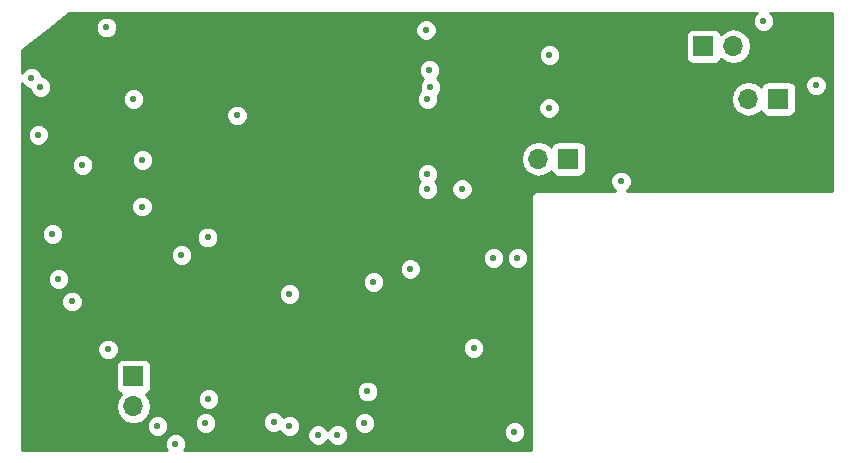
<source format=gbr>
G04 #@! TF.FileFunction,Copper,L3,Inr,Plane*
%FSLAX46Y46*%
G04 Gerber Fmt 4.6, Leading zero omitted, Abs format (unit mm)*
G04 Created by KiCad (PCBNEW 4.0.7) date 02/27/19 21:19:10*
%MOMM*%
%LPD*%
G01*
G04 APERTURE LIST*
%ADD10C,0.100000*%
%ADD11R,1.700000X1.700000*%
%ADD12O,1.700000X1.700000*%
%ADD13C,0.558800*%
%ADD14C,0.254000*%
G04 APERTURE END LIST*
D10*
D11*
X114770000Y-69520000D03*
D12*
X112230000Y-69520000D03*
D11*
X60160000Y-93015000D03*
D12*
X60160000Y-95555000D03*
D11*
X108420000Y-65075000D03*
D12*
X110960000Y-65075000D03*
D11*
X96990000Y-74600000D03*
D12*
X94450000Y-74600000D03*
D13*
X101435000Y-76505000D03*
X68923000Y-70917000D03*
X54945000Y-86673000D03*
X87973000Y-77140000D03*
X95339000Y-70282000D03*
X117945000Y-68377000D03*
X84925000Y-63678000D03*
X92418000Y-97714000D03*
X88958832Y-90602000D03*
X83600702Y-83925298D03*
X80480000Y-85014000D03*
X79720130Y-96954130D03*
X72020000Y-96903000D03*
X66434000Y-81255000D03*
X53810000Y-84760000D03*
X58001000Y-90729000D03*
X52108200Y-72568000D03*
X52286000Y-68504000D03*
X57874000Y-63475000D03*
X94323000Y-64821000D03*
X102310000Y-69393000D03*
X102310000Y-67361000D03*
X94196000Y-71425000D03*
X88227000Y-95047000D03*
X66637000Y-93777000D03*
X58001000Y-88824000D03*
X57874000Y-65375000D03*
X113500000Y-62916000D03*
X60160000Y-69520000D03*
X51524000Y-67742000D03*
X66510000Y-94920000D03*
X60862708Y-78639619D03*
X90640000Y-82982000D03*
X92672000Y-82982000D03*
X62192000Y-97206000D03*
X63716000Y-98730000D03*
X75781000Y-97968000D03*
X79972000Y-94285000D03*
X85052000Y-75870000D03*
X73368000Y-97206000D03*
X53302000Y-80950000D03*
X77432000Y-97968000D03*
X73368000Y-86030000D03*
X66256000Y-96952000D03*
X64224000Y-82728000D03*
X85052000Y-77140000D03*
X85052000Y-69520000D03*
X95381000Y-65795000D03*
X60922000Y-74685000D03*
X55842000Y-75108000D03*
X85221000Y-67065000D03*
X85306000Y-68504000D03*
D14*
G36*
X112725262Y-62397358D02*
X112585759Y-62733317D01*
X112585442Y-63097087D01*
X112724358Y-63433289D01*
X112981358Y-63690738D01*
X113317317Y-63830241D01*
X113681087Y-63830558D01*
X114017289Y-63691642D01*
X114274738Y-63434642D01*
X114414241Y-63098683D01*
X114414558Y-62734913D01*
X114275642Y-62398711D01*
X114087260Y-62210000D01*
X119290000Y-62210000D01*
X119290000Y-77290000D01*
X101929641Y-77290000D01*
X101952289Y-77280642D01*
X102209738Y-77023642D01*
X102349241Y-76687683D01*
X102349558Y-76323913D01*
X102210642Y-75987711D01*
X101953642Y-75730262D01*
X101617683Y-75590759D01*
X101253913Y-75590442D01*
X100917711Y-75729358D01*
X100660262Y-75986358D01*
X100520759Y-76322317D01*
X100520442Y-76686087D01*
X100659358Y-77022289D01*
X100916358Y-77279738D01*
X100941072Y-77290000D01*
X94500000Y-77290000D01*
X94228295Y-77344046D01*
X93997954Y-77497954D01*
X93844046Y-77728295D01*
X93790000Y-78000000D01*
X93790000Y-99290000D01*
X64449308Y-99290000D01*
X64490738Y-99248642D01*
X64630241Y-98912683D01*
X64630558Y-98548913D01*
X64491642Y-98212711D01*
X64428129Y-98149087D01*
X74866442Y-98149087D01*
X75005358Y-98485289D01*
X75262358Y-98742738D01*
X75598317Y-98882241D01*
X75962087Y-98882558D01*
X76298289Y-98743642D01*
X76555738Y-98486642D01*
X76606452Y-98364509D01*
X76656358Y-98485289D01*
X76913358Y-98742738D01*
X77249317Y-98882241D01*
X77613087Y-98882558D01*
X77949289Y-98743642D01*
X78206738Y-98486642D01*
X78346241Y-98150683D01*
X78346463Y-97895087D01*
X91503442Y-97895087D01*
X91642358Y-98231289D01*
X91899358Y-98488738D01*
X92235317Y-98628241D01*
X92599087Y-98628558D01*
X92935289Y-98489642D01*
X93192738Y-98232642D01*
X93332241Y-97896683D01*
X93332558Y-97532913D01*
X93193642Y-97196711D01*
X92936642Y-96939262D01*
X92600683Y-96799759D01*
X92236913Y-96799442D01*
X91900711Y-96938358D01*
X91643262Y-97195358D01*
X91503759Y-97531317D01*
X91503442Y-97895087D01*
X78346463Y-97895087D01*
X78346558Y-97786913D01*
X78207642Y-97450711D01*
X77950642Y-97193262D01*
X77810855Y-97135217D01*
X78805572Y-97135217D01*
X78944488Y-97471419D01*
X79201488Y-97728868D01*
X79537447Y-97868371D01*
X79901217Y-97868688D01*
X80237419Y-97729772D01*
X80494868Y-97472772D01*
X80634371Y-97136813D01*
X80634688Y-96773043D01*
X80495772Y-96436841D01*
X80238772Y-96179392D01*
X79902813Y-96039889D01*
X79539043Y-96039572D01*
X79202841Y-96178488D01*
X78945392Y-96435488D01*
X78805889Y-96771447D01*
X78805572Y-97135217D01*
X77810855Y-97135217D01*
X77614683Y-97053759D01*
X77250913Y-97053442D01*
X76914711Y-97192358D01*
X76657262Y-97449358D01*
X76606548Y-97571491D01*
X76556642Y-97450711D01*
X76299642Y-97193262D01*
X75963683Y-97053759D01*
X75599913Y-97053442D01*
X75263711Y-97192358D01*
X75006262Y-97449358D01*
X74866759Y-97785317D01*
X74866442Y-98149087D01*
X64428129Y-98149087D01*
X64234642Y-97955262D01*
X63898683Y-97815759D01*
X63534913Y-97815442D01*
X63198711Y-97954358D01*
X62941262Y-98211358D01*
X62801759Y-98547317D01*
X62801442Y-98911087D01*
X62940358Y-99247289D01*
X62982995Y-99290000D01*
X50710000Y-99290000D01*
X50710000Y-97387087D01*
X61277442Y-97387087D01*
X61416358Y-97723289D01*
X61673358Y-97980738D01*
X62009317Y-98120241D01*
X62373087Y-98120558D01*
X62709289Y-97981642D01*
X62966738Y-97724642D01*
X63106241Y-97388683D01*
X63106463Y-97133087D01*
X65341442Y-97133087D01*
X65480358Y-97469289D01*
X65737358Y-97726738D01*
X66073317Y-97866241D01*
X66437087Y-97866558D01*
X66773289Y-97727642D01*
X67030738Y-97470642D01*
X67170241Y-97134683D01*
X67170285Y-97084087D01*
X71105442Y-97084087D01*
X71244358Y-97420289D01*
X71501358Y-97677738D01*
X71837317Y-97817241D01*
X72201087Y-97817558D01*
X72537289Y-97678642D01*
X72563216Y-97652760D01*
X72592358Y-97723289D01*
X72849358Y-97980738D01*
X73185317Y-98120241D01*
X73549087Y-98120558D01*
X73885289Y-97981642D01*
X74142738Y-97724642D01*
X74282241Y-97388683D01*
X74282558Y-97024913D01*
X74143642Y-96688711D01*
X73886642Y-96431262D01*
X73550683Y-96291759D01*
X73186913Y-96291442D01*
X72850711Y-96430358D01*
X72824784Y-96456240D01*
X72795642Y-96385711D01*
X72538642Y-96128262D01*
X72202683Y-95988759D01*
X71838913Y-95988442D01*
X71502711Y-96127358D01*
X71245262Y-96384358D01*
X71105759Y-96720317D01*
X71105442Y-97084087D01*
X67170285Y-97084087D01*
X67170558Y-96770913D01*
X67031642Y-96434711D01*
X66774642Y-96177262D01*
X66438683Y-96037759D01*
X66074913Y-96037442D01*
X65738711Y-96176358D01*
X65481262Y-96433358D01*
X65341759Y-96769317D01*
X65341442Y-97133087D01*
X63106463Y-97133087D01*
X63106558Y-97024913D01*
X62967642Y-96688711D01*
X62710642Y-96431262D01*
X62374683Y-96291759D01*
X62010913Y-96291442D01*
X61674711Y-96430358D01*
X61417262Y-96687358D01*
X61277759Y-97023317D01*
X61277442Y-97387087D01*
X50710000Y-97387087D01*
X50710000Y-95555000D01*
X58645907Y-95555000D01*
X58758946Y-96123285D01*
X59080853Y-96605054D01*
X59562622Y-96926961D01*
X60130907Y-97040000D01*
X60189093Y-97040000D01*
X60757378Y-96926961D01*
X61239147Y-96605054D01*
X61561054Y-96123285D01*
X61674093Y-95555000D01*
X61583805Y-95101087D01*
X65595442Y-95101087D01*
X65734358Y-95437289D01*
X65991358Y-95694738D01*
X66327317Y-95834241D01*
X66691087Y-95834558D01*
X67027289Y-95695642D01*
X67284738Y-95438642D01*
X67424241Y-95102683D01*
X67424558Y-94738913D01*
X67311829Y-94466087D01*
X79057442Y-94466087D01*
X79196358Y-94802289D01*
X79453358Y-95059738D01*
X79789317Y-95199241D01*
X80153087Y-95199558D01*
X80489289Y-95060642D01*
X80746738Y-94803642D01*
X80886241Y-94467683D01*
X80886558Y-94103913D01*
X80747642Y-93767711D01*
X80490642Y-93510262D01*
X80154683Y-93370759D01*
X79790913Y-93370442D01*
X79454711Y-93509358D01*
X79197262Y-93766358D01*
X79057759Y-94102317D01*
X79057442Y-94466087D01*
X67311829Y-94466087D01*
X67285642Y-94402711D01*
X67028642Y-94145262D01*
X66692683Y-94005759D01*
X66328913Y-94005442D01*
X65992711Y-94144358D01*
X65735262Y-94401358D01*
X65595759Y-94737317D01*
X65595442Y-95101087D01*
X61583805Y-95101087D01*
X61561054Y-94986715D01*
X61239147Y-94504946D01*
X61197548Y-94477150D01*
X61245317Y-94468162D01*
X61461441Y-94329090D01*
X61606431Y-94116890D01*
X61657440Y-93865000D01*
X61657440Y-92165000D01*
X61613162Y-91929683D01*
X61474090Y-91713559D01*
X61261890Y-91568569D01*
X61010000Y-91517560D01*
X59310000Y-91517560D01*
X59074683Y-91561838D01*
X58858559Y-91700910D01*
X58713569Y-91913110D01*
X58662560Y-92165000D01*
X58662560Y-93865000D01*
X58706838Y-94100317D01*
X58845910Y-94316441D01*
X59058110Y-94461431D01*
X59125541Y-94475086D01*
X59080853Y-94504946D01*
X58758946Y-94986715D01*
X58645907Y-95555000D01*
X50710000Y-95555000D01*
X50710000Y-90910087D01*
X57086442Y-90910087D01*
X57225358Y-91246289D01*
X57482358Y-91503738D01*
X57818317Y-91643241D01*
X58182087Y-91643558D01*
X58518289Y-91504642D01*
X58775738Y-91247642D01*
X58915241Y-90911683D01*
X58915353Y-90783087D01*
X88044274Y-90783087D01*
X88183190Y-91119289D01*
X88440190Y-91376738D01*
X88776149Y-91516241D01*
X89139919Y-91516558D01*
X89476121Y-91377642D01*
X89733570Y-91120642D01*
X89873073Y-90784683D01*
X89873390Y-90420913D01*
X89734474Y-90084711D01*
X89477474Y-89827262D01*
X89141515Y-89687759D01*
X88777745Y-89687442D01*
X88441543Y-89826358D01*
X88184094Y-90083358D01*
X88044591Y-90419317D01*
X88044274Y-90783087D01*
X58915353Y-90783087D01*
X58915558Y-90547913D01*
X58776642Y-90211711D01*
X58519642Y-89954262D01*
X58183683Y-89814759D01*
X57819913Y-89814442D01*
X57483711Y-89953358D01*
X57226262Y-90210358D01*
X57086759Y-90546317D01*
X57086442Y-90910087D01*
X50710000Y-90910087D01*
X50710000Y-86854087D01*
X54030442Y-86854087D01*
X54169358Y-87190289D01*
X54426358Y-87447738D01*
X54762317Y-87587241D01*
X55126087Y-87587558D01*
X55462289Y-87448642D01*
X55719738Y-87191642D01*
X55859241Y-86855683D01*
X55859558Y-86491913D01*
X55743523Y-86211087D01*
X72453442Y-86211087D01*
X72592358Y-86547289D01*
X72849358Y-86804738D01*
X73185317Y-86944241D01*
X73549087Y-86944558D01*
X73885289Y-86805642D01*
X74142738Y-86548642D01*
X74282241Y-86212683D01*
X74282558Y-85848913D01*
X74143642Y-85512711D01*
X73886642Y-85255262D01*
X73741726Y-85195087D01*
X79565442Y-85195087D01*
X79704358Y-85531289D01*
X79961358Y-85788738D01*
X80297317Y-85928241D01*
X80661087Y-85928558D01*
X80997289Y-85789642D01*
X81254738Y-85532642D01*
X81394241Y-85196683D01*
X81394558Y-84832913D01*
X81255642Y-84496711D01*
X80998642Y-84239262D01*
X80678641Y-84106385D01*
X82686144Y-84106385D01*
X82825060Y-84442587D01*
X83082060Y-84700036D01*
X83418019Y-84839539D01*
X83781789Y-84839856D01*
X84117991Y-84700940D01*
X84375440Y-84443940D01*
X84514943Y-84107981D01*
X84515260Y-83744211D01*
X84376344Y-83408009D01*
X84131850Y-83163087D01*
X89725442Y-83163087D01*
X89864358Y-83499289D01*
X90121358Y-83756738D01*
X90457317Y-83896241D01*
X90821087Y-83896558D01*
X91157289Y-83757642D01*
X91414738Y-83500642D01*
X91554241Y-83164683D01*
X91554242Y-83163087D01*
X91757442Y-83163087D01*
X91896358Y-83499289D01*
X92153358Y-83756738D01*
X92489317Y-83896241D01*
X92853087Y-83896558D01*
X93189289Y-83757642D01*
X93446738Y-83500642D01*
X93586241Y-83164683D01*
X93586558Y-82800913D01*
X93447642Y-82464711D01*
X93190642Y-82207262D01*
X92854683Y-82067759D01*
X92490913Y-82067442D01*
X92154711Y-82206358D01*
X91897262Y-82463358D01*
X91757759Y-82799317D01*
X91757442Y-83163087D01*
X91554242Y-83163087D01*
X91554558Y-82800913D01*
X91415642Y-82464711D01*
X91158642Y-82207262D01*
X90822683Y-82067759D01*
X90458913Y-82067442D01*
X90122711Y-82206358D01*
X89865262Y-82463358D01*
X89725759Y-82799317D01*
X89725442Y-83163087D01*
X84131850Y-83163087D01*
X84119344Y-83150560D01*
X83783385Y-83011057D01*
X83419615Y-83010740D01*
X83083413Y-83149656D01*
X82825964Y-83406656D01*
X82686461Y-83742615D01*
X82686144Y-84106385D01*
X80678641Y-84106385D01*
X80662683Y-84099759D01*
X80298913Y-84099442D01*
X79962711Y-84238358D01*
X79705262Y-84495358D01*
X79565759Y-84831317D01*
X79565442Y-85195087D01*
X73741726Y-85195087D01*
X73550683Y-85115759D01*
X73186913Y-85115442D01*
X72850711Y-85254358D01*
X72593262Y-85511358D01*
X72453759Y-85847317D01*
X72453442Y-86211087D01*
X55743523Y-86211087D01*
X55720642Y-86155711D01*
X55463642Y-85898262D01*
X55127683Y-85758759D01*
X54763913Y-85758442D01*
X54427711Y-85897358D01*
X54170262Y-86154358D01*
X54030759Y-86490317D01*
X54030442Y-86854087D01*
X50710000Y-86854087D01*
X50710000Y-84941087D01*
X52895442Y-84941087D01*
X53034358Y-85277289D01*
X53291358Y-85534738D01*
X53627317Y-85674241D01*
X53991087Y-85674558D01*
X54327289Y-85535642D01*
X54584738Y-85278642D01*
X54724241Y-84942683D01*
X54724558Y-84578913D01*
X54585642Y-84242711D01*
X54328642Y-83985262D01*
X53992683Y-83845759D01*
X53628913Y-83845442D01*
X53292711Y-83984358D01*
X53035262Y-84241358D01*
X52895759Y-84577317D01*
X52895442Y-84941087D01*
X50710000Y-84941087D01*
X50710000Y-82909087D01*
X63309442Y-82909087D01*
X63448358Y-83245289D01*
X63705358Y-83502738D01*
X64041317Y-83642241D01*
X64405087Y-83642558D01*
X64741289Y-83503642D01*
X64998738Y-83246642D01*
X65138241Y-82910683D01*
X65138558Y-82546913D01*
X64999642Y-82210711D01*
X64742642Y-81953262D01*
X64406683Y-81813759D01*
X64042913Y-81813442D01*
X63706711Y-81952358D01*
X63449262Y-82209358D01*
X63309759Y-82545317D01*
X63309442Y-82909087D01*
X50710000Y-82909087D01*
X50710000Y-81131087D01*
X52387442Y-81131087D01*
X52526358Y-81467289D01*
X52783358Y-81724738D01*
X53119317Y-81864241D01*
X53483087Y-81864558D01*
X53819289Y-81725642D01*
X54076738Y-81468642D01*
X54090256Y-81436087D01*
X65519442Y-81436087D01*
X65658358Y-81772289D01*
X65915358Y-82029738D01*
X66251317Y-82169241D01*
X66615087Y-82169558D01*
X66951289Y-82030642D01*
X67208738Y-81773642D01*
X67348241Y-81437683D01*
X67348558Y-81073913D01*
X67209642Y-80737711D01*
X66952642Y-80480262D01*
X66616683Y-80340759D01*
X66252913Y-80340442D01*
X65916711Y-80479358D01*
X65659262Y-80736358D01*
X65519759Y-81072317D01*
X65519442Y-81436087D01*
X54090256Y-81436087D01*
X54216241Y-81132683D01*
X54216558Y-80768913D01*
X54077642Y-80432711D01*
X53820642Y-80175262D01*
X53484683Y-80035759D01*
X53120913Y-80035442D01*
X52784711Y-80174358D01*
X52527262Y-80431358D01*
X52387759Y-80767317D01*
X52387442Y-81131087D01*
X50710000Y-81131087D01*
X50710000Y-78820706D01*
X59948150Y-78820706D01*
X60087066Y-79156908D01*
X60344066Y-79414357D01*
X60680025Y-79553860D01*
X61043795Y-79554177D01*
X61379997Y-79415261D01*
X61637446Y-79158261D01*
X61776949Y-78822302D01*
X61777266Y-78458532D01*
X61638350Y-78122330D01*
X61381350Y-77864881D01*
X61045391Y-77725378D01*
X60681621Y-77725061D01*
X60345419Y-77863977D01*
X60087970Y-78120977D01*
X59948467Y-78456936D01*
X59948150Y-78820706D01*
X50710000Y-78820706D01*
X50710000Y-76051087D01*
X84137442Y-76051087D01*
X84276358Y-76387289D01*
X84393844Y-76504980D01*
X84277262Y-76621358D01*
X84137759Y-76957317D01*
X84137442Y-77321087D01*
X84276358Y-77657289D01*
X84533358Y-77914738D01*
X84869317Y-78054241D01*
X85233087Y-78054558D01*
X85569289Y-77915642D01*
X85826738Y-77658642D01*
X85966241Y-77322683D01*
X85966242Y-77321087D01*
X87058442Y-77321087D01*
X87197358Y-77657289D01*
X87454358Y-77914738D01*
X87790317Y-78054241D01*
X88154087Y-78054558D01*
X88490289Y-77915642D01*
X88747738Y-77658642D01*
X88887241Y-77322683D01*
X88887558Y-76958913D01*
X88748642Y-76622711D01*
X88491642Y-76365262D01*
X88155683Y-76225759D01*
X87791913Y-76225442D01*
X87455711Y-76364358D01*
X87198262Y-76621358D01*
X87058759Y-76957317D01*
X87058442Y-77321087D01*
X85966242Y-77321087D01*
X85966558Y-76958913D01*
X85827642Y-76622711D01*
X85710156Y-76505020D01*
X85826738Y-76388642D01*
X85966241Y-76052683D01*
X85966558Y-75688913D01*
X85827642Y-75352711D01*
X85570642Y-75095262D01*
X85234683Y-74955759D01*
X84870913Y-74955442D01*
X84534711Y-75094358D01*
X84277262Y-75351358D01*
X84137759Y-75687317D01*
X84137442Y-76051087D01*
X50710000Y-76051087D01*
X50710000Y-75289087D01*
X54927442Y-75289087D01*
X55066358Y-75625289D01*
X55323358Y-75882738D01*
X55659317Y-76022241D01*
X56023087Y-76022558D01*
X56359289Y-75883642D01*
X56616738Y-75626642D01*
X56756241Y-75290683D01*
X56756558Y-74926913D01*
X56731426Y-74866087D01*
X60007442Y-74866087D01*
X60146358Y-75202289D01*
X60403358Y-75459738D01*
X60739317Y-75599241D01*
X61103087Y-75599558D01*
X61439289Y-75460642D01*
X61696738Y-75203642D01*
X61836241Y-74867683D01*
X61836499Y-74570907D01*
X92965000Y-74570907D01*
X92965000Y-74629093D01*
X93078039Y-75197378D01*
X93399946Y-75679147D01*
X93881715Y-76001054D01*
X94450000Y-76114093D01*
X95018285Y-76001054D01*
X95500054Y-75679147D01*
X95527850Y-75637548D01*
X95536838Y-75685317D01*
X95675910Y-75901441D01*
X95888110Y-76046431D01*
X96140000Y-76097440D01*
X97840000Y-76097440D01*
X98075317Y-76053162D01*
X98291441Y-75914090D01*
X98436431Y-75701890D01*
X98487440Y-75450000D01*
X98487440Y-73750000D01*
X98443162Y-73514683D01*
X98304090Y-73298559D01*
X98091890Y-73153569D01*
X97840000Y-73102560D01*
X96140000Y-73102560D01*
X95904683Y-73146838D01*
X95688559Y-73285910D01*
X95543569Y-73498110D01*
X95529914Y-73565541D01*
X95500054Y-73520853D01*
X95018285Y-73198946D01*
X94450000Y-73085907D01*
X93881715Y-73198946D01*
X93399946Y-73520853D01*
X93078039Y-74002622D01*
X92965000Y-74570907D01*
X61836499Y-74570907D01*
X61836558Y-74503913D01*
X61697642Y-74167711D01*
X61440642Y-73910262D01*
X61104683Y-73770759D01*
X60740913Y-73770442D01*
X60404711Y-73909358D01*
X60147262Y-74166358D01*
X60007759Y-74502317D01*
X60007442Y-74866087D01*
X56731426Y-74866087D01*
X56617642Y-74590711D01*
X56360642Y-74333262D01*
X56024683Y-74193759D01*
X55660913Y-74193442D01*
X55324711Y-74332358D01*
X55067262Y-74589358D01*
X54927759Y-74925317D01*
X54927442Y-75289087D01*
X50710000Y-75289087D01*
X50710000Y-72749087D01*
X51193642Y-72749087D01*
X51332558Y-73085289D01*
X51589558Y-73342738D01*
X51925517Y-73482241D01*
X52289287Y-73482558D01*
X52625489Y-73343642D01*
X52882938Y-73086642D01*
X53022441Y-72750683D01*
X53022758Y-72386913D01*
X52883842Y-72050711D01*
X52626842Y-71793262D01*
X52290883Y-71653759D01*
X51927113Y-71653442D01*
X51590911Y-71792358D01*
X51333462Y-72049358D01*
X51193959Y-72385317D01*
X51193642Y-72749087D01*
X50710000Y-72749087D01*
X50710000Y-71098087D01*
X68008442Y-71098087D01*
X68147358Y-71434289D01*
X68404358Y-71691738D01*
X68740317Y-71831241D01*
X69104087Y-71831558D01*
X69440289Y-71692642D01*
X69697738Y-71435642D01*
X69837241Y-71099683D01*
X69837558Y-70735913D01*
X69724829Y-70463087D01*
X94424442Y-70463087D01*
X94563358Y-70799289D01*
X94820358Y-71056738D01*
X95156317Y-71196241D01*
X95520087Y-71196558D01*
X95856289Y-71057642D01*
X96113738Y-70800642D01*
X96253241Y-70464683D01*
X96253558Y-70100913D01*
X96114642Y-69764711D01*
X95857642Y-69507262D01*
X95818255Y-69490907D01*
X110745000Y-69490907D01*
X110745000Y-69549093D01*
X110858039Y-70117378D01*
X111179946Y-70599147D01*
X111661715Y-70921054D01*
X112230000Y-71034093D01*
X112798285Y-70921054D01*
X113280054Y-70599147D01*
X113307850Y-70557548D01*
X113316838Y-70605317D01*
X113455910Y-70821441D01*
X113668110Y-70966431D01*
X113920000Y-71017440D01*
X115620000Y-71017440D01*
X115855317Y-70973162D01*
X116071441Y-70834090D01*
X116216431Y-70621890D01*
X116267440Y-70370000D01*
X116267440Y-68670000D01*
X116246383Y-68558087D01*
X117030442Y-68558087D01*
X117169358Y-68894289D01*
X117426358Y-69151738D01*
X117762317Y-69291241D01*
X118126087Y-69291558D01*
X118462289Y-69152642D01*
X118719738Y-68895642D01*
X118859241Y-68559683D01*
X118859558Y-68195913D01*
X118720642Y-67859711D01*
X118463642Y-67602262D01*
X118127683Y-67462759D01*
X117763913Y-67462442D01*
X117427711Y-67601358D01*
X117170262Y-67858358D01*
X117030759Y-68194317D01*
X117030442Y-68558087D01*
X116246383Y-68558087D01*
X116223162Y-68434683D01*
X116084090Y-68218559D01*
X115871890Y-68073569D01*
X115620000Y-68022560D01*
X113920000Y-68022560D01*
X113684683Y-68066838D01*
X113468559Y-68205910D01*
X113323569Y-68418110D01*
X113309914Y-68485541D01*
X113280054Y-68440853D01*
X112798285Y-68118946D01*
X112230000Y-68005907D01*
X111661715Y-68118946D01*
X111179946Y-68440853D01*
X110858039Y-68922622D01*
X110745000Y-69490907D01*
X95818255Y-69490907D01*
X95521683Y-69367759D01*
X95157913Y-69367442D01*
X94821711Y-69506358D01*
X94564262Y-69763358D01*
X94424759Y-70099317D01*
X94424442Y-70463087D01*
X69724829Y-70463087D01*
X69698642Y-70399711D01*
X69441642Y-70142262D01*
X69105683Y-70002759D01*
X68741913Y-70002442D01*
X68405711Y-70141358D01*
X68148262Y-70398358D01*
X68008759Y-70734317D01*
X68008442Y-71098087D01*
X50710000Y-71098087D01*
X50710000Y-69701087D01*
X59245442Y-69701087D01*
X59384358Y-70037289D01*
X59641358Y-70294738D01*
X59977317Y-70434241D01*
X60341087Y-70434558D01*
X60677289Y-70295642D01*
X60934738Y-70038642D01*
X61074241Y-69702683D01*
X61074242Y-69701087D01*
X84137442Y-69701087D01*
X84276358Y-70037289D01*
X84533358Y-70294738D01*
X84869317Y-70434241D01*
X85233087Y-70434558D01*
X85569289Y-70295642D01*
X85826738Y-70038642D01*
X85966241Y-69702683D01*
X85966558Y-69338913D01*
X85907382Y-69195696D01*
X86080738Y-69022642D01*
X86220241Y-68686683D01*
X86220558Y-68322913D01*
X86081642Y-67986711D01*
X85837231Y-67741873D01*
X85995738Y-67583642D01*
X86135241Y-67247683D01*
X86135558Y-66883913D01*
X85996642Y-66547711D01*
X85739642Y-66290262D01*
X85403683Y-66150759D01*
X85039913Y-66150442D01*
X84703711Y-66289358D01*
X84446262Y-66546358D01*
X84306759Y-66882317D01*
X84306442Y-67246087D01*
X84445358Y-67582289D01*
X84689769Y-67827127D01*
X84531262Y-67985358D01*
X84391759Y-68321317D01*
X84391442Y-68685087D01*
X84450618Y-68828304D01*
X84277262Y-69001358D01*
X84137759Y-69337317D01*
X84137442Y-69701087D01*
X61074242Y-69701087D01*
X61074558Y-69338913D01*
X60935642Y-69002711D01*
X60678642Y-68745262D01*
X60342683Y-68605759D01*
X59978913Y-68605442D01*
X59642711Y-68744358D01*
X59385262Y-69001358D01*
X59245759Y-69337317D01*
X59245442Y-69701087D01*
X50710000Y-69701087D01*
X50710000Y-68166456D01*
X50748358Y-68259289D01*
X51005358Y-68516738D01*
X51341317Y-68656241D01*
X51371467Y-68656267D01*
X51371442Y-68685087D01*
X51510358Y-69021289D01*
X51767358Y-69278738D01*
X52103317Y-69418241D01*
X52467087Y-69418558D01*
X52803289Y-69279642D01*
X53060738Y-69022642D01*
X53200241Y-68686683D01*
X53200558Y-68322913D01*
X53061642Y-67986711D01*
X52804642Y-67729262D01*
X52468683Y-67589759D01*
X52438533Y-67589733D01*
X52438558Y-67560913D01*
X52299642Y-67224711D01*
X52042642Y-66967262D01*
X51706683Y-66827759D01*
X51342913Y-66827442D01*
X51006711Y-66966358D01*
X50749262Y-67223358D01*
X50710000Y-67317911D01*
X50710000Y-65976087D01*
X94466442Y-65976087D01*
X94605358Y-66312289D01*
X94862358Y-66569738D01*
X95198317Y-66709241D01*
X95562087Y-66709558D01*
X95898289Y-66570642D01*
X96155738Y-66313642D01*
X96295241Y-65977683D01*
X96295558Y-65613913D01*
X96156642Y-65277711D01*
X95899642Y-65020262D01*
X95563683Y-64880759D01*
X95199913Y-64880442D01*
X94863711Y-65019358D01*
X94606262Y-65276358D01*
X94466759Y-65612317D01*
X94466442Y-65976087D01*
X50710000Y-65976087D01*
X50710000Y-65347250D01*
X52884352Y-63656087D01*
X56959442Y-63656087D01*
X57098358Y-63992289D01*
X57355358Y-64249738D01*
X57691317Y-64389241D01*
X58055087Y-64389558D01*
X58391289Y-64250642D01*
X58648738Y-63993642D01*
X58704610Y-63859087D01*
X84010442Y-63859087D01*
X84149358Y-64195289D01*
X84406358Y-64452738D01*
X84742317Y-64592241D01*
X85106087Y-64592558D01*
X85442289Y-64453642D01*
X85671330Y-64225000D01*
X106922560Y-64225000D01*
X106922560Y-65925000D01*
X106966838Y-66160317D01*
X107105910Y-66376441D01*
X107318110Y-66521431D01*
X107570000Y-66572440D01*
X109270000Y-66572440D01*
X109505317Y-66528162D01*
X109721441Y-66389090D01*
X109866431Y-66176890D01*
X109880086Y-66109459D01*
X109909946Y-66154147D01*
X110391715Y-66476054D01*
X110960000Y-66589093D01*
X111528285Y-66476054D01*
X112010054Y-66154147D01*
X112331961Y-65672378D01*
X112445000Y-65104093D01*
X112445000Y-65045907D01*
X112331961Y-64477622D01*
X112010054Y-63995853D01*
X111528285Y-63673946D01*
X110960000Y-63560907D01*
X110391715Y-63673946D01*
X109909946Y-63995853D01*
X109882150Y-64037452D01*
X109873162Y-63989683D01*
X109734090Y-63773559D01*
X109521890Y-63628569D01*
X109270000Y-63577560D01*
X107570000Y-63577560D01*
X107334683Y-63621838D01*
X107118559Y-63760910D01*
X106973569Y-63973110D01*
X106922560Y-64225000D01*
X85671330Y-64225000D01*
X85699738Y-64196642D01*
X85839241Y-63860683D01*
X85839558Y-63496913D01*
X85700642Y-63160711D01*
X85443642Y-62903262D01*
X85107683Y-62763759D01*
X84743913Y-62763442D01*
X84407711Y-62902358D01*
X84150262Y-63159358D01*
X84010759Y-63495317D01*
X84010442Y-63859087D01*
X58704610Y-63859087D01*
X58788241Y-63657683D01*
X58788558Y-63293913D01*
X58649642Y-62957711D01*
X58392642Y-62700262D01*
X58056683Y-62560759D01*
X57692913Y-62560442D01*
X57356711Y-62699358D01*
X57099262Y-62956358D01*
X56959759Y-63292317D01*
X56959442Y-63656087D01*
X52884352Y-63656087D01*
X54743607Y-62210000D01*
X112912947Y-62210000D01*
X112725262Y-62397358D01*
X112725262Y-62397358D01*
G37*
X112725262Y-62397358D02*
X112585759Y-62733317D01*
X112585442Y-63097087D01*
X112724358Y-63433289D01*
X112981358Y-63690738D01*
X113317317Y-63830241D01*
X113681087Y-63830558D01*
X114017289Y-63691642D01*
X114274738Y-63434642D01*
X114414241Y-63098683D01*
X114414558Y-62734913D01*
X114275642Y-62398711D01*
X114087260Y-62210000D01*
X119290000Y-62210000D01*
X119290000Y-77290000D01*
X101929641Y-77290000D01*
X101952289Y-77280642D01*
X102209738Y-77023642D01*
X102349241Y-76687683D01*
X102349558Y-76323913D01*
X102210642Y-75987711D01*
X101953642Y-75730262D01*
X101617683Y-75590759D01*
X101253913Y-75590442D01*
X100917711Y-75729358D01*
X100660262Y-75986358D01*
X100520759Y-76322317D01*
X100520442Y-76686087D01*
X100659358Y-77022289D01*
X100916358Y-77279738D01*
X100941072Y-77290000D01*
X94500000Y-77290000D01*
X94228295Y-77344046D01*
X93997954Y-77497954D01*
X93844046Y-77728295D01*
X93790000Y-78000000D01*
X93790000Y-99290000D01*
X64449308Y-99290000D01*
X64490738Y-99248642D01*
X64630241Y-98912683D01*
X64630558Y-98548913D01*
X64491642Y-98212711D01*
X64428129Y-98149087D01*
X74866442Y-98149087D01*
X75005358Y-98485289D01*
X75262358Y-98742738D01*
X75598317Y-98882241D01*
X75962087Y-98882558D01*
X76298289Y-98743642D01*
X76555738Y-98486642D01*
X76606452Y-98364509D01*
X76656358Y-98485289D01*
X76913358Y-98742738D01*
X77249317Y-98882241D01*
X77613087Y-98882558D01*
X77949289Y-98743642D01*
X78206738Y-98486642D01*
X78346241Y-98150683D01*
X78346463Y-97895087D01*
X91503442Y-97895087D01*
X91642358Y-98231289D01*
X91899358Y-98488738D01*
X92235317Y-98628241D01*
X92599087Y-98628558D01*
X92935289Y-98489642D01*
X93192738Y-98232642D01*
X93332241Y-97896683D01*
X93332558Y-97532913D01*
X93193642Y-97196711D01*
X92936642Y-96939262D01*
X92600683Y-96799759D01*
X92236913Y-96799442D01*
X91900711Y-96938358D01*
X91643262Y-97195358D01*
X91503759Y-97531317D01*
X91503442Y-97895087D01*
X78346463Y-97895087D01*
X78346558Y-97786913D01*
X78207642Y-97450711D01*
X77950642Y-97193262D01*
X77810855Y-97135217D01*
X78805572Y-97135217D01*
X78944488Y-97471419D01*
X79201488Y-97728868D01*
X79537447Y-97868371D01*
X79901217Y-97868688D01*
X80237419Y-97729772D01*
X80494868Y-97472772D01*
X80634371Y-97136813D01*
X80634688Y-96773043D01*
X80495772Y-96436841D01*
X80238772Y-96179392D01*
X79902813Y-96039889D01*
X79539043Y-96039572D01*
X79202841Y-96178488D01*
X78945392Y-96435488D01*
X78805889Y-96771447D01*
X78805572Y-97135217D01*
X77810855Y-97135217D01*
X77614683Y-97053759D01*
X77250913Y-97053442D01*
X76914711Y-97192358D01*
X76657262Y-97449358D01*
X76606548Y-97571491D01*
X76556642Y-97450711D01*
X76299642Y-97193262D01*
X75963683Y-97053759D01*
X75599913Y-97053442D01*
X75263711Y-97192358D01*
X75006262Y-97449358D01*
X74866759Y-97785317D01*
X74866442Y-98149087D01*
X64428129Y-98149087D01*
X64234642Y-97955262D01*
X63898683Y-97815759D01*
X63534913Y-97815442D01*
X63198711Y-97954358D01*
X62941262Y-98211358D01*
X62801759Y-98547317D01*
X62801442Y-98911087D01*
X62940358Y-99247289D01*
X62982995Y-99290000D01*
X50710000Y-99290000D01*
X50710000Y-97387087D01*
X61277442Y-97387087D01*
X61416358Y-97723289D01*
X61673358Y-97980738D01*
X62009317Y-98120241D01*
X62373087Y-98120558D01*
X62709289Y-97981642D01*
X62966738Y-97724642D01*
X63106241Y-97388683D01*
X63106463Y-97133087D01*
X65341442Y-97133087D01*
X65480358Y-97469289D01*
X65737358Y-97726738D01*
X66073317Y-97866241D01*
X66437087Y-97866558D01*
X66773289Y-97727642D01*
X67030738Y-97470642D01*
X67170241Y-97134683D01*
X67170285Y-97084087D01*
X71105442Y-97084087D01*
X71244358Y-97420289D01*
X71501358Y-97677738D01*
X71837317Y-97817241D01*
X72201087Y-97817558D01*
X72537289Y-97678642D01*
X72563216Y-97652760D01*
X72592358Y-97723289D01*
X72849358Y-97980738D01*
X73185317Y-98120241D01*
X73549087Y-98120558D01*
X73885289Y-97981642D01*
X74142738Y-97724642D01*
X74282241Y-97388683D01*
X74282558Y-97024913D01*
X74143642Y-96688711D01*
X73886642Y-96431262D01*
X73550683Y-96291759D01*
X73186913Y-96291442D01*
X72850711Y-96430358D01*
X72824784Y-96456240D01*
X72795642Y-96385711D01*
X72538642Y-96128262D01*
X72202683Y-95988759D01*
X71838913Y-95988442D01*
X71502711Y-96127358D01*
X71245262Y-96384358D01*
X71105759Y-96720317D01*
X71105442Y-97084087D01*
X67170285Y-97084087D01*
X67170558Y-96770913D01*
X67031642Y-96434711D01*
X66774642Y-96177262D01*
X66438683Y-96037759D01*
X66074913Y-96037442D01*
X65738711Y-96176358D01*
X65481262Y-96433358D01*
X65341759Y-96769317D01*
X65341442Y-97133087D01*
X63106463Y-97133087D01*
X63106558Y-97024913D01*
X62967642Y-96688711D01*
X62710642Y-96431262D01*
X62374683Y-96291759D01*
X62010913Y-96291442D01*
X61674711Y-96430358D01*
X61417262Y-96687358D01*
X61277759Y-97023317D01*
X61277442Y-97387087D01*
X50710000Y-97387087D01*
X50710000Y-95555000D01*
X58645907Y-95555000D01*
X58758946Y-96123285D01*
X59080853Y-96605054D01*
X59562622Y-96926961D01*
X60130907Y-97040000D01*
X60189093Y-97040000D01*
X60757378Y-96926961D01*
X61239147Y-96605054D01*
X61561054Y-96123285D01*
X61674093Y-95555000D01*
X61583805Y-95101087D01*
X65595442Y-95101087D01*
X65734358Y-95437289D01*
X65991358Y-95694738D01*
X66327317Y-95834241D01*
X66691087Y-95834558D01*
X67027289Y-95695642D01*
X67284738Y-95438642D01*
X67424241Y-95102683D01*
X67424558Y-94738913D01*
X67311829Y-94466087D01*
X79057442Y-94466087D01*
X79196358Y-94802289D01*
X79453358Y-95059738D01*
X79789317Y-95199241D01*
X80153087Y-95199558D01*
X80489289Y-95060642D01*
X80746738Y-94803642D01*
X80886241Y-94467683D01*
X80886558Y-94103913D01*
X80747642Y-93767711D01*
X80490642Y-93510262D01*
X80154683Y-93370759D01*
X79790913Y-93370442D01*
X79454711Y-93509358D01*
X79197262Y-93766358D01*
X79057759Y-94102317D01*
X79057442Y-94466087D01*
X67311829Y-94466087D01*
X67285642Y-94402711D01*
X67028642Y-94145262D01*
X66692683Y-94005759D01*
X66328913Y-94005442D01*
X65992711Y-94144358D01*
X65735262Y-94401358D01*
X65595759Y-94737317D01*
X65595442Y-95101087D01*
X61583805Y-95101087D01*
X61561054Y-94986715D01*
X61239147Y-94504946D01*
X61197548Y-94477150D01*
X61245317Y-94468162D01*
X61461441Y-94329090D01*
X61606431Y-94116890D01*
X61657440Y-93865000D01*
X61657440Y-92165000D01*
X61613162Y-91929683D01*
X61474090Y-91713559D01*
X61261890Y-91568569D01*
X61010000Y-91517560D01*
X59310000Y-91517560D01*
X59074683Y-91561838D01*
X58858559Y-91700910D01*
X58713569Y-91913110D01*
X58662560Y-92165000D01*
X58662560Y-93865000D01*
X58706838Y-94100317D01*
X58845910Y-94316441D01*
X59058110Y-94461431D01*
X59125541Y-94475086D01*
X59080853Y-94504946D01*
X58758946Y-94986715D01*
X58645907Y-95555000D01*
X50710000Y-95555000D01*
X50710000Y-90910087D01*
X57086442Y-90910087D01*
X57225358Y-91246289D01*
X57482358Y-91503738D01*
X57818317Y-91643241D01*
X58182087Y-91643558D01*
X58518289Y-91504642D01*
X58775738Y-91247642D01*
X58915241Y-90911683D01*
X58915353Y-90783087D01*
X88044274Y-90783087D01*
X88183190Y-91119289D01*
X88440190Y-91376738D01*
X88776149Y-91516241D01*
X89139919Y-91516558D01*
X89476121Y-91377642D01*
X89733570Y-91120642D01*
X89873073Y-90784683D01*
X89873390Y-90420913D01*
X89734474Y-90084711D01*
X89477474Y-89827262D01*
X89141515Y-89687759D01*
X88777745Y-89687442D01*
X88441543Y-89826358D01*
X88184094Y-90083358D01*
X88044591Y-90419317D01*
X88044274Y-90783087D01*
X58915353Y-90783087D01*
X58915558Y-90547913D01*
X58776642Y-90211711D01*
X58519642Y-89954262D01*
X58183683Y-89814759D01*
X57819913Y-89814442D01*
X57483711Y-89953358D01*
X57226262Y-90210358D01*
X57086759Y-90546317D01*
X57086442Y-90910087D01*
X50710000Y-90910087D01*
X50710000Y-86854087D01*
X54030442Y-86854087D01*
X54169358Y-87190289D01*
X54426358Y-87447738D01*
X54762317Y-87587241D01*
X55126087Y-87587558D01*
X55462289Y-87448642D01*
X55719738Y-87191642D01*
X55859241Y-86855683D01*
X55859558Y-86491913D01*
X55743523Y-86211087D01*
X72453442Y-86211087D01*
X72592358Y-86547289D01*
X72849358Y-86804738D01*
X73185317Y-86944241D01*
X73549087Y-86944558D01*
X73885289Y-86805642D01*
X74142738Y-86548642D01*
X74282241Y-86212683D01*
X74282558Y-85848913D01*
X74143642Y-85512711D01*
X73886642Y-85255262D01*
X73741726Y-85195087D01*
X79565442Y-85195087D01*
X79704358Y-85531289D01*
X79961358Y-85788738D01*
X80297317Y-85928241D01*
X80661087Y-85928558D01*
X80997289Y-85789642D01*
X81254738Y-85532642D01*
X81394241Y-85196683D01*
X81394558Y-84832913D01*
X81255642Y-84496711D01*
X80998642Y-84239262D01*
X80678641Y-84106385D01*
X82686144Y-84106385D01*
X82825060Y-84442587D01*
X83082060Y-84700036D01*
X83418019Y-84839539D01*
X83781789Y-84839856D01*
X84117991Y-84700940D01*
X84375440Y-84443940D01*
X84514943Y-84107981D01*
X84515260Y-83744211D01*
X84376344Y-83408009D01*
X84131850Y-83163087D01*
X89725442Y-83163087D01*
X89864358Y-83499289D01*
X90121358Y-83756738D01*
X90457317Y-83896241D01*
X90821087Y-83896558D01*
X91157289Y-83757642D01*
X91414738Y-83500642D01*
X91554241Y-83164683D01*
X91554242Y-83163087D01*
X91757442Y-83163087D01*
X91896358Y-83499289D01*
X92153358Y-83756738D01*
X92489317Y-83896241D01*
X92853087Y-83896558D01*
X93189289Y-83757642D01*
X93446738Y-83500642D01*
X93586241Y-83164683D01*
X93586558Y-82800913D01*
X93447642Y-82464711D01*
X93190642Y-82207262D01*
X92854683Y-82067759D01*
X92490913Y-82067442D01*
X92154711Y-82206358D01*
X91897262Y-82463358D01*
X91757759Y-82799317D01*
X91757442Y-83163087D01*
X91554242Y-83163087D01*
X91554558Y-82800913D01*
X91415642Y-82464711D01*
X91158642Y-82207262D01*
X90822683Y-82067759D01*
X90458913Y-82067442D01*
X90122711Y-82206358D01*
X89865262Y-82463358D01*
X89725759Y-82799317D01*
X89725442Y-83163087D01*
X84131850Y-83163087D01*
X84119344Y-83150560D01*
X83783385Y-83011057D01*
X83419615Y-83010740D01*
X83083413Y-83149656D01*
X82825964Y-83406656D01*
X82686461Y-83742615D01*
X82686144Y-84106385D01*
X80678641Y-84106385D01*
X80662683Y-84099759D01*
X80298913Y-84099442D01*
X79962711Y-84238358D01*
X79705262Y-84495358D01*
X79565759Y-84831317D01*
X79565442Y-85195087D01*
X73741726Y-85195087D01*
X73550683Y-85115759D01*
X73186913Y-85115442D01*
X72850711Y-85254358D01*
X72593262Y-85511358D01*
X72453759Y-85847317D01*
X72453442Y-86211087D01*
X55743523Y-86211087D01*
X55720642Y-86155711D01*
X55463642Y-85898262D01*
X55127683Y-85758759D01*
X54763913Y-85758442D01*
X54427711Y-85897358D01*
X54170262Y-86154358D01*
X54030759Y-86490317D01*
X54030442Y-86854087D01*
X50710000Y-86854087D01*
X50710000Y-84941087D01*
X52895442Y-84941087D01*
X53034358Y-85277289D01*
X53291358Y-85534738D01*
X53627317Y-85674241D01*
X53991087Y-85674558D01*
X54327289Y-85535642D01*
X54584738Y-85278642D01*
X54724241Y-84942683D01*
X54724558Y-84578913D01*
X54585642Y-84242711D01*
X54328642Y-83985262D01*
X53992683Y-83845759D01*
X53628913Y-83845442D01*
X53292711Y-83984358D01*
X53035262Y-84241358D01*
X52895759Y-84577317D01*
X52895442Y-84941087D01*
X50710000Y-84941087D01*
X50710000Y-82909087D01*
X63309442Y-82909087D01*
X63448358Y-83245289D01*
X63705358Y-83502738D01*
X64041317Y-83642241D01*
X64405087Y-83642558D01*
X64741289Y-83503642D01*
X64998738Y-83246642D01*
X65138241Y-82910683D01*
X65138558Y-82546913D01*
X64999642Y-82210711D01*
X64742642Y-81953262D01*
X64406683Y-81813759D01*
X64042913Y-81813442D01*
X63706711Y-81952358D01*
X63449262Y-82209358D01*
X63309759Y-82545317D01*
X63309442Y-82909087D01*
X50710000Y-82909087D01*
X50710000Y-81131087D01*
X52387442Y-81131087D01*
X52526358Y-81467289D01*
X52783358Y-81724738D01*
X53119317Y-81864241D01*
X53483087Y-81864558D01*
X53819289Y-81725642D01*
X54076738Y-81468642D01*
X54090256Y-81436087D01*
X65519442Y-81436087D01*
X65658358Y-81772289D01*
X65915358Y-82029738D01*
X66251317Y-82169241D01*
X66615087Y-82169558D01*
X66951289Y-82030642D01*
X67208738Y-81773642D01*
X67348241Y-81437683D01*
X67348558Y-81073913D01*
X67209642Y-80737711D01*
X66952642Y-80480262D01*
X66616683Y-80340759D01*
X66252913Y-80340442D01*
X65916711Y-80479358D01*
X65659262Y-80736358D01*
X65519759Y-81072317D01*
X65519442Y-81436087D01*
X54090256Y-81436087D01*
X54216241Y-81132683D01*
X54216558Y-80768913D01*
X54077642Y-80432711D01*
X53820642Y-80175262D01*
X53484683Y-80035759D01*
X53120913Y-80035442D01*
X52784711Y-80174358D01*
X52527262Y-80431358D01*
X52387759Y-80767317D01*
X52387442Y-81131087D01*
X50710000Y-81131087D01*
X50710000Y-78820706D01*
X59948150Y-78820706D01*
X60087066Y-79156908D01*
X60344066Y-79414357D01*
X60680025Y-79553860D01*
X61043795Y-79554177D01*
X61379997Y-79415261D01*
X61637446Y-79158261D01*
X61776949Y-78822302D01*
X61777266Y-78458532D01*
X61638350Y-78122330D01*
X61381350Y-77864881D01*
X61045391Y-77725378D01*
X60681621Y-77725061D01*
X60345419Y-77863977D01*
X60087970Y-78120977D01*
X59948467Y-78456936D01*
X59948150Y-78820706D01*
X50710000Y-78820706D01*
X50710000Y-76051087D01*
X84137442Y-76051087D01*
X84276358Y-76387289D01*
X84393844Y-76504980D01*
X84277262Y-76621358D01*
X84137759Y-76957317D01*
X84137442Y-77321087D01*
X84276358Y-77657289D01*
X84533358Y-77914738D01*
X84869317Y-78054241D01*
X85233087Y-78054558D01*
X85569289Y-77915642D01*
X85826738Y-77658642D01*
X85966241Y-77322683D01*
X85966242Y-77321087D01*
X87058442Y-77321087D01*
X87197358Y-77657289D01*
X87454358Y-77914738D01*
X87790317Y-78054241D01*
X88154087Y-78054558D01*
X88490289Y-77915642D01*
X88747738Y-77658642D01*
X88887241Y-77322683D01*
X88887558Y-76958913D01*
X88748642Y-76622711D01*
X88491642Y-76365262D01*
X88155683Y-76225759D01*
X87791913Y-76225442D01*
X87455711Y-76364358D01*
X87198262Y-76621358D01*
X87058759Y-76957317D01*
X87058442Y-77321087D01*
X85966242Y-77321087D01*
X85966558Y-76958913D01*
X85827642Y-76622711D01*
X85710156Y-76505020D01*
X85826738Y-76388642D01*
X85966241Y-76052683D01*
X85966558Y-75688913D01*
X85827642Y-75352711D01*
X85570642Y-75095262D01*
X85234683Y-74955759D01*
X84870913Y-74955442D01*
X84534711Y-75094358D01*
X84277262Y-75351358D01*
X84137759Y-75687317D01*
X84137442Y-76051087D01*
X50710000Y-76051087D01*
X50710000Y-75289087D01*
X54927442Y-75289087D01*
X55066358Y-75625289D01*
X55323358Y-75882738D01*
X55659317Y-76022241D01*
X56023087Y-76022558D01*
X56359289Y-75883642D01*
X56616738Y-75626642D01*
X56756241Y-75290683D01*
X56756558Y-74926913D01*
X56731426Y-74866087D01*
X60007442Y-74866087D01*
X60146358Y-75202289D01*
X60403358Y-75459738D01*
X60739317Y-75599241D01*
X61103087Y-75599558D01*
X61439289Y-75460642D01*
X61696738Y-75203642D01*
X61836241Y-74867683D01*
X61836499Y-74570907D01*
X92965000Y-74570907D01*
X92965000Y-74629093D01*
X93078039Y-75197378D01*
X93399946Y-75679147D01*
X93881715Y-76001054D01*
X94450000Y-76114093D01*
X95018285Y-76001054D01*
X95500054Y-75679147D01*
X95527850Y-75637548D01*
X95536838Y-75685317D01*
X95675910Y-75901441D01*
X95888110Y-76046431D01*
X96140000Y-76097440D01*
X97840000Y-76097440D01*
X98075317Y-76053162D01*
X98291441Y-75914090D01*
X98436431Y-75701890D01*
X98487440Y-75450000D01*
X98487440Y-73750000D01*
X98443162Y-73514683D01*
X98304090Y-73298559D01*
X98091890Y-73153569D01*
X97840000Y-73102560D01*
X96140000Y-73102560D01*
X95904683Y-73146838D01*
X95688559Y-73285910D01*
X95543569Y-73498110D01*
X95529914Y-73565541D01*
X95500054Y-73520853D01*
X95018285Y-73198946D01*
X94450000Y-73085907D01*
X93881715Y-73198946D01*
X93399946Y-73520853D01*
X93078039Y-74002622D01*
X92965000Y-74570907D01*
X61836499Y-74570907D01*
X61836558Y-74503913D01*
X61697642Y-74167711D01*
X61440642Y-73910262D01*
X61104683Y-73770759D01*
X60740913Y-73770442D01*
X60404711Y-73909358D01*
X60147262Y-74166358D01*
X60007759Y-74502317D01*
X60007442Y-74866087D01*
X56731426Y-74866087D01*
X56617642Y-74590711D01*
X56360642Y-74333262D01*
X56024683Y-74193759D01*
X55660913Y-74193442D01*
X55324711Y-74332358D01*
X55067262Y-74589358D01*
X54927759Y-74925317D01*
X54927442Y-75289087D01*
X50710000Y-75289087D01*
X50710000Y-72749087D01*
X51193642Y-72749087D01*
X51332558Y-73085289D01*
X51589558Y-73342738D01*
X51925517Y-73482241D01*
X52289287Y-73482558D01*
X52625489Y-73343642D01*
X52882938Y-73086642D01*
X53022441Y-72750683D01*
X53022758Y-72386913D01*
X52883842Y-72050711D01*
X52626842Y-71793262D01*
X52290883Y-71653759D01*
X51927113Y-71653442D01*
X51590911Y-71792358D01*
X51333462Y-72049358D01*
X51193959Y-72385317D01*
X51193642Y-72749087D01*
X50710000Y-72749087D01*
X50710000Y-71098087D01*
X68008442Y-71098087D01*
X68147358Y-71434289D01*
X68404358Y-71691738D01*
X68740317Y-71831241D01*
X69104087Y-71831558D01*
X69440289Y-71692642D01*
X69697738Y-71435642D01*
X69837241Y-71099683D01*
X69837558Y-70735913D01*
X69724829Y-70463087D01*
X94424442Y-70463087D01*
X94563358Y-70799289D01*
X94820358Y-71056738D01*
X95156317Y-71196241D01*
X95520087Y-71196558D01*
X95856289Y-71057642D01*
X96113738Y-70800642D01*
X96253241Y-70464683D01*
X96253558Y-70100913D01*
X96114642Y-69764711D01*
X95857642Y-69507262D01*
X95818255Y-69490907D01*
X110745000Y-69490907D01*
X110745000Y-69549093D01*
X110858039Y-70117378D01*
X111179946Y-70599147D01*
X111661715Y-70921054D01*
X112230000Y-71034093D01*
X112798285Y-70921054D01*
X113280054Y-70599147D01*
X113307850Y-70557548D01*
X113316838Y-70605317D01*
X113455910Y-70821441D01*
X113668110Y-70966431D01*
X113920000Y-71017440D01*
X115620000Y-71017440D01*
X115855317Y-70973162D01*
X116071441Y-70834090D01*
X116216431Y-70621890D01*
X116267440Y-70370000D01*
X116267440Y-68670000D01*
X116246383Y-68558087D01*
X117030442Y-68558087D01*
X117169358Y-68894289D01*
X117426358Y-69151738D01*
X117762317Y-69291241D01*
X118126087Y-69291558D01*
X118462289Y-69152642D01*
X118719738Y-68895642D01*
X118859241Y-68559683D01*
X118859558Y-68195913D01*
X118720642Y-67859711D01*
X118463642Y-67602262D01*
X118127683Y-67462759D01*
X117763913Y-67462442D01*
X117427711Y-67601358D01*
X117170262Y-67858358D01*
X117030759Y-68194317D01*
X117030442Y-68558087D01*
X116246383Y-68558087D01*
X116223162Y-68434683D01*
X116084090Y-68218559D01*
X115871890Y-68073569D01*
X115620000Y-68022560D01*
X113920000Y-68022560D01*
X113684683Y-68066838D01*
X113468559Y-68205910D01*
X113323569Y-68418110D01*
X113309914Y-68485541D01*
X113280054Y-68440853D01*
X112798285Y-68118946D01*
X112230000Y-68005907D01*
X111661715Y-68118946D01*
X111179946Y-68440853D01*
X110858039Y-68922622D01*
X110745000Y-69490907D01*
X95818255Y-69490907D01*
X95521683Y-69367759D01*
X95157913Y-69367442D01*
X94821711Y-69506358D01*
X94564262Y-69763358D01*
X94424759Y-70099317D01*
X94424442Y-70463087D01*
X69724829Y-70463087D01*
X69698642Y-70399711D01*
X69441642Y-70142262D01*
X69105683Y-70002759D01*
X68741913Y-70002442D01*
X68405711Y-70141358D01*
X68148262Y-70398358D01*
X68008759Y-70734317D01*
X68008442Y-71098087D01*
X50710000Y-71098087D01*
X50710000Y-69701087D01*
X59245442Y-69701087D01*
X59384358Y-70037289D01*
X59641358Y-70294738D01*
X59977317Y-70434241D01*
X60341087Y-70434558D01*
X60677289Y-70295642D01*
X60934738Y-70038642D01*
X61074241Y-69702683D01*
X61074242Y-69701087D01*
X84137442Y-69701087D01*
X84276358Y-70037289D01*
X84533358Y-70294738D01*
X84869317Y-70434241D01*
X85233087Y-70434558D01*
X85569289Y-70295642D01*
X85826738Y-70038642D01*
X85966241Y-69702683D01*
X85966558Y-69338913D01*
X85907382Y-69195696D01*
X86080738Y-69022642D01*
X86220241Y-68686683D01*
X86220558Y-68322913D01*
X86081642Y-67986711D01*
X85837231Y-67741873D01*
X85995738Y-67583642D01*
X86135241Y-67247683D01*
X86135558Y-66883913D01*
X85996642Y-66547711D01*
X85739642Y-66290262D01*
X85403683Y-66150759D01*
X85039913Y-66150442D01*
X84703711Y-66289358D01*
X84446262Y-66546358D01*
X84306759Y-66882317D01*
X84306442Y-67246087D01*
X84445358Y-67582289D01*
X84689769Y-67827127D01*
X84531262Y-67985358D01*
X84391759Y-68321317D01*
X84391442Y-68685087D01*
X84450618Y-68828304D01*
X84277262Y-69001358D01*
X84137759Y-69337317D01*
X84137442Y-69701087D01*
X61074242Y-69701087D01*
X61074558Y-69338913D01*
X60935642Y-69002711D01*
X60678642Y-68745262D01*
X60342683Y-68605759D01*
X59978913Y-68605442D01*
X59642711Y-68744358D01*
X59385262Y-69001358D01*
X59245759Y-69337317D01*
X59245442Y-69701087D01*
X50710000Y-69701087D01*
X50710000Y-68166456D01*
X50748358Y-68259289D01*
X51005358Y-68516738D01*
X51341317Y-68656241D01*
X51371467Y-68656267D01*
X51371442Y-68685087D01*
X51510358Y-69021289D01*
X51767358Y-69278738D01*
X52103317Y-69418241D01*
X52467087Y-69418558D01*
X52803289Y-69279642D01*
X53060738Y-69022642D01*
X53200241Y-68686683D01*
X53200558Y-68322913D01*
X53061642Y-67986711D01*
X52804642Y-67729262D01*
X52468683Y-67589759D01*
X52438533Y-67589733D01*
X52438558Y-67560913D01*
X52299642Y-67224711D01*
X52042642Y-66967262D01*
X51706683Y-66827759D01*
X51342913Y-66827442D01*
X51006711Y-66966358D01*
X50749262Y-67223358D01*
X50710000Y-67317911D01*
X50710000Y-65976087D01*
X94466442Y-65976087D01*
X94605358Y-66312289D01*
X94862358Y-66569738D01*
X95198317Y-66709241D01*
X95562087Y-66709558D01*
X95898289Y-66570642D01*
X96155738Y-66313642D01*
X96295241Y-65977683D01*
X96295558Y-65613913D01*
X96156642Y-65277711D01*
X95899642Y-65020262D01*
X95563683Y-64880759D01*
X95199913Y-64880442D01*
X94863711Y-65019358D01*
X94606262Y-65276358D01*
X94466759Y-65612317D01*
X94466442Y-65976087D01*
X50710000Y-65976087D01*
X50710000Y-65347250D01*
X52884352Y-63656087D01*
X56959442Y-63656087D01*
X57098358Y-63992289D01*
X57355358Y-64249738D01*
X57691317Y-64389241D01*
X58055087Y-64389558D01*
X58391289Y-64250642D01*
X58648738Y-63993642D01*
X58704610Y-63859087D01*
X84010442Y-63859087D01*
X84149358Y-64195289D01*
X84406358Y-64452738D01*
X84742317Y-64592241D01*
X85106087Y-64592558D01*
X85442289Y-64453642D01*
X85671330Y-64225000D01*
X106922560Y-64225000D01*
X106922560Y-65925000D01*
X106966838Y-66160317D01*
X107105910Y-66376441D01*
X107318110Y-66521431D01*
X107570000Y-66572440D01*
X109270000Y-66572440D01*
X109505317Y-66528162D01*
X109721441Y-66389090D01*
X109866431Y-66176890D01*
X109880086Y-66109459D01*
X109909946Y-66154147D01*
X110391715Y-66476054D01*
X110960000Y-66589093D01*
X111528285Y-66476054D01*
X112010054Y-66154147D01*
X112331961Y-65672378D01*
X112445000Y-65104093D01*
X112445000Y-65045907D01*
X112331961Y-64477622D01*
X112010054Y-63995853D01*
X111528285Y-63673946D01*
X110960000Y-63560907D01*
X110391715Y-63673946D01*
X109909946Y-63995853D01*
X109882150Y-64037452D01*
X109873162Y-63989683D01*
X109734090Y-63773559D01*
X109521890Y-63628569D01*
X109270000Y-63577560D01*
X107570000Y-63577560D01*
X107334683Y-63621838D01*
X107118559Y-63760910D01*
X106973569Y-63973110D01*
X106922560Y-64225000D01*
X85671330Y-64225000D01*
X85699738Y-64196642D01*
X85839241Y-63860683D01*
X85839558Y-63496913D01*
X85700642Y-63160711D01*
X85443642Y-62903262D01*
X85107683Y-62763759D01*
X84743913Y-62763442D01*
X84407711Y-62902358D01*
X84150262Y-63159358D01*
X84010759Y-63495317D01*
X84010442Y-63859087D01*
X58704610Y-63859087D01*
X58788241Y-63657683D01*
X58788558Y-63293913D01*
X58649642Y-62957711D01*
X58392642Y-62700262D01*
X58056683Y-62560759D01*
X57692913Y-62560442D01*
X57356711Y-62699358D01*
X57099262Y-62956358D01*
X56959759Y-63292317D01*
X56959442Y-63656087D01*
X52884352Y-63656087D01*
X54743607Y-62210000D01*
X112912947Y-62210000D01*
X112725262Y-62397358D01*
M02*

</source>
